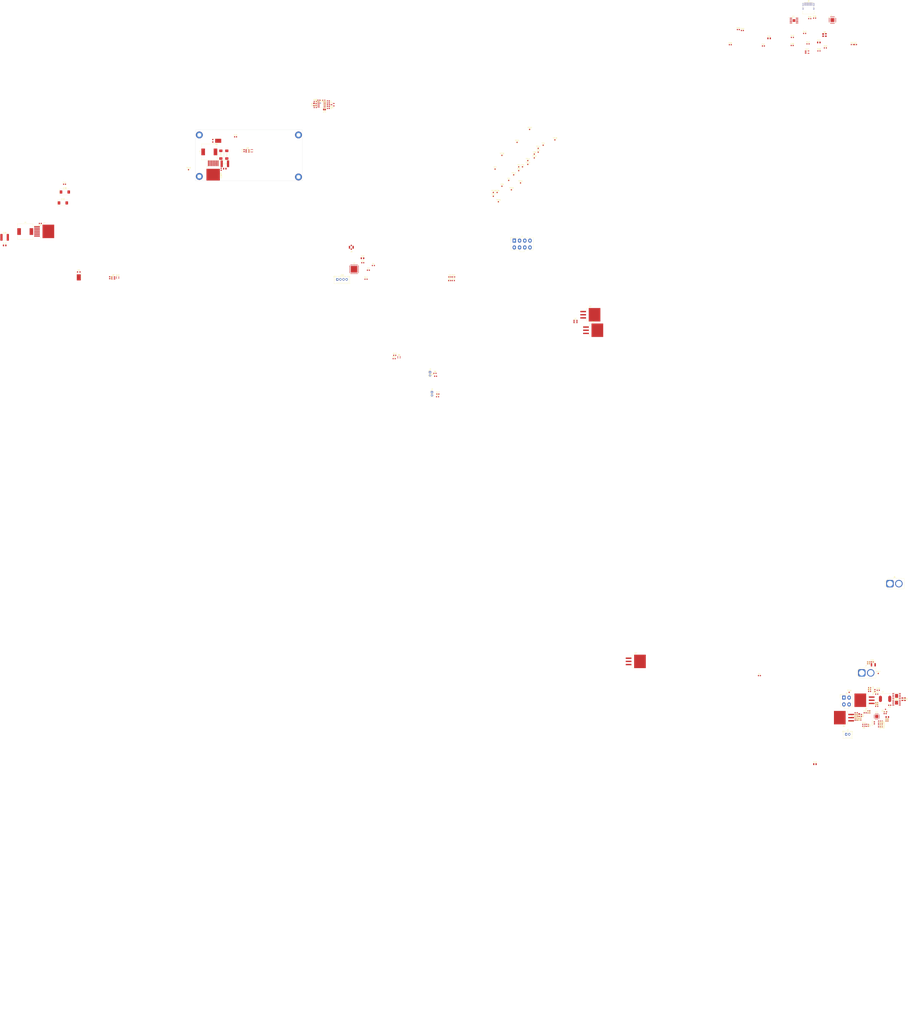
<source format=kicad_pcb>
(kicad_pcb (version 20211014) (generator pcbnew)
  (layers (0 "F.Cu" signal) (1 "In1.Cu" signal) (2 "In2.Cu" signal) (31 "B.Cu" signal) (34 "B.Paste" user) (35 "F.Paste" user) (36 "B.SilkS" user "B.Silkscreen") (37 "F.SilkS" user "F.Silkscreen") (38 "B.Mask" user) (39 "F.Mask" user) (44 "Edge.Cuts" user))
  (net 0 "")
  (net 1 "Net-(C1-Pad1)")
  (net 2 "GND")
  (net 3 "/EN")
  (net 4 "Net-(C3-Pad1)")
  (net 5 "/Battery Charger/CE")
  (net 6 "Net-(C5-Pad1)")
  (net 7 "/Battery Charger/PH")
  (net 8 "/Battery Charger/BTST")
  (net 9 "/Battery Charger/VCC")
  (net 10 "/Battery Charger/SRP")
  (net 11 "/Battery Charger/Q3-S")
  (net 12 "/Battery Charger/Q1-D")
  (net 13 "/Battery Charger/Q1-G")
  (net 14 "Net-(C15-Pad2)")
  (net 15 "Net-(C17-Pad2)")
  (net 16 "Net-(C18-Pad2)")
  (net 17 "/LNA_IN")
  (net 18 "+3V3")
  (net 19 "+24V")
  (net 20 "VBUS")
  (net 21 "Net-(C16-Pad2)")
  (net 22 "Net-(C21-Pad2)")
  (net 23 "Net-(PowerLED1-Pad2)")
  (net 24 "/RTS")
  (net 25 "Net-(Q6-Pad2)")
  (net 26 "/BOOT")
  (net 27 "/DTR")
  (net 28 "Net-(Q6-Pad5)")
  (net 29 "Net-(Q9-Pad3)")
  (net 30 "Net-(Q10-Pad3)")
  (net 31 "Net-(C26-Pad1)")
  (net 32 "/LPC_24V")
  (net 34 "/3.3STAT1")
  (net 35 "/3.3STAT2")
  (net 36 "/PG")
  (net 37 "/CAN_RX")
  (net 38 "/BATTSTAT2")
  (net 39 "/BATTSTAT1")
  (net 40 "/CAN_TX")
  (net 41 "/RXD")
  (net 42 "/TXD")
  (net 44 "/CANL")
  (net 45 "/CANH")
  (net 46 "Net-(C31-Pad1)")
  (net 47 "Net-(C36-Pad2)")
  (net 48 "Net-(C37-Pad1)")
  (net 49 "Net-(C37-Pad2)")
  (net 50 "Net-(C36-Pad1)")
  (net 54 "Net-(IC2-Pad8)")
  (net 55 "Net-(IC2-Pad9)")
  (net 72 "/Battery Charger/VFB")
  (net 73 "Net-(D2-Pad2)")
  (net 74 "Net-(D3-Pad2)")
  (net 75 "Net-(PackLED1-Pad1)")
  (net 76 "Net-(PowerLED1-Pad1)")
  (net 77 "/Battery Charger/ACSET")
  (net 78 "/Battery Charger/ISET2")
  (net 79 "Net-(J1-Pad1)")
  (net 80 "Net-(IC1-Pad23)")
  (net 83 "/Battery Charger/ICSET2")
  (net 84 "/Battery Charger/LODRV")
  (net 85 "/Battery Charger/Q4-G")
  (net 86 "Net-(C57-Pad2)")
  (net 87 "Net-(CTTC1-Pad2)")
  (net 88 "Net-(D7-Pad2)")
  (net 89 "Net-(D8-Pad3)")
  (net 90 "Net-(D8-Pad4)")
  (net 91 "Net-(IC1-Pad3)")
  (net 92 "Net-(IC1-Pad11)")
  (net 93 "Net-(J4-Pad4)")
  (net 94 "Net-(J5-Pad1)")
  (net 95 "Net-(J8-PadA1)")
  (net 96 "Net-(J8-PadA5)")
  (net 98 "Net-(J8-PadB5)")
  (net 101 "/SDA")
  (net 102 "/SCL")
  (net 103 "/Vref")
  (net 104 "Net-(Q7-Pad1)")
  (net 105 "Net-(Q7-Pad2)")
  (net 106 "Net-(R23-Pad2)")
  (net 107 "Net-(R24-Pad1)")
  (net 108 "/CHARGE")
  (net 109 "Net-(R42-Pad2)")
  (net 138 "Net-(C49-Pad1)")
  (footprint "Package_SO:SOIC-8_3.9x4.9mm_P1.27mm" (layer "F.Cu") (at 150.525 21.635)
    (fp_text reference "U2")
    (fp_text value "SN65HVD230")
  )
  (footprint "Capacitor_SMD:C_0805_2012Metric" (layer "F.Cu") (at 550.54 -28.25)
    (fp_text reference "C57")
    (fp_text value "10uF")
  )
  (footprint "Capacitor_SMD:C_0603_1608Metric" (layer "F.Cu") (at -75.8175 117.255 180)
    (fp_text reference "C37")
    (fp_text value "0.01uF")
  )
  (footprint "Package_TO_SOT_SMD:TO-263-7_TabPin4" (layer "F.Cu") (at 63.225 74.65 -90)
    (fp_text reference "U6")
    (fp_text value "LM2679T-3.3-iclr")
  )
  (footprint "Inductor_SMD:L_12x12mm_H8mm" (layer "F.Cu") (at 60.14 59.74 180)
    (fp_text reference "L3")
    (fp_text value "15uH")
  )
  (footprint "Resistor_SMD:R_0603_1608Metric" (layer "F.Cu") (at 529.25 -32.3)
    (fp_text reference "R40")
    (fp_text value "4.7k")
  )
  (footprint "Capacitor_SMD:C_0603_1608Metric" (layer "F.Cu") (at 242.165 240.09)
    (fp_text reference "C18")
    (fp_text value "1μF")
  )
  (footprint "LED_SMD:LED_0603_1608Metric" (layer "F.Cu") (at 595.65 492.825 90)
    (fp_text reference "PackLED1")
    (fp_text value "LED")
  )
  (footprint "Resistor_SMD:R_0603_1608Metric" (layer "F.Cu") (at 145.345 24.055)
    (fp_text reference "R23")
    (fp_text value "120")
  )
  (footprint "Capacitor_SMD:C_0603_1608Metric" (layer "F.Cu") (at 595.225 518.8 90)
    (fp_text reference "CTTC1")
    (fp_text value "22nF")
  )
  (footprint "Package_DFN_QFN:VQFN-24-1EP_4x4mm_P0.5mm_EP2.45x2.45mm" (layer "F.Cu") (at 597.125 513.65)
    (fp_text reference "IC1")
    (fp_text value "BQ24618RGET-iclr")
  )
  (footprint "Capacitor_SMD:C_0603_1608Metric" (layer "F.Cu") (at 485.78 -38.6)
    (fp_text reference "C52")
    (fp_text value "4.7muF")
  )
  (footprint "Capacitor_SMD:C_0603_1608Metric" (layer "F.Cu") (at -56.35 85.725)
    (fp_text reference "C44")
    (fp_text value "22uF")
  )
  (footprint "Connector_AMASS:AMASS_XT60-M_1x02_P7.20mm_Vertical" (layer "F.Cu") (at 607.73 406.85)
    (fp_text reference "J6")
    (fp_text value "Conn_01x02_Male")
  )
  (footprint "Capacitor_SMD:C_0603_1608Metric" (layer "F.Cu") (at 603.9 511.35)
    (fp_text reference "C5")
    (fp_text value "1uF")
  )
  (footprint "Capacitor_SMD:C_0603_1608Metric" (layer "F.Cu") (at 156.641889 23.996728 -90)
    (fp_text reference "C28")
    (fp_text value "220 pF")
  )
  (footprint "Capacitor_SMD:C_0805_2012Metric" (layer "F.Cu") (at -104.525 134.925)
    (fp_text reference "C43")
    (fp_text value "0.47μF")
  )
  (footprint "Package_SO:HSOP-8-1EP_3.9x4.9mm_P1.27mm_EP2.41x3.1mm" (layer "F.Cu") (at 613.05 502.525)
    (fp_text reference "Q4")
    (fp_text value "RS1G120MN")
  )
  (footprint "Resistor_SMD:R_0603_1608Metric" (layer "F.Cu") (at 591.375 492)
    (fp_text reference "R2")
    (fp_text value "110kΩ")
  )
  (footprint "Package_TO_SOT_SMD:TO-263-3_TabPin2" (layer "F.Cu") (at 587.275 500.6 180)
    (fp_text reference "Q3")
    (fp_text value "RSJ250P10TL")
  )
  (footprint "TestPoint:TestPoint_Pad_D1.0mm" (layer "F.Cu") (at 324.74 59.94)
    (fp_text reference "TP3")
    (fp_text value "TestPoint")
  )
  (footprint "Capacitor_SMD:C_0603_1608Metric" (layer "F.Cu") (at 183.57 148.85)
    (fp_text reference "C24")
    (fp_text value "0.1uF")
  )
  (footprint "Capacitor_SMD:C_0603_1608Metric" (layer "F.Cu") (at 587.825 510.725)
    (fp_text reference "C33")
    (fp_text value "0.1μF")
  )
  (footprint "Capacitor_SMD:C_0603_1608Metric" (layer "F.Cu") (at 596.375 503.275 -90)
    (fp_text reference "C15")
    (fp_text value "0.1µF")
  )
  (footprint "Capacitor_SMD:C_0603_1608Metric" (layer "F.Cu") (at 505.95 -25.41)
    (fp_text reference "C51")
    (fp_text value "0.1muF")
  )
  (footprint "Resistor_SMD:R_0603_1608Metric" (layer "F.Cu") (at 598.6 521.15 -90)
    (fp_text reference "RFast1")
    (fp_text value "32kΩ")
  )
  (footprint "TestPoint:TestPoint_Pad_D1.0mm" (layer "F.Cu") (at 43.4 74.025)
    (fp_text reference "TP19")
    (fp_text value "TestPoint")
  )
  (footprint "Resistor_SMD:R_0603_1608Metric" (layer "F.Cu") (at 550.64 -21.43)
    (fp_text reference "R38")
    (fp_text value "24k")
  )
  (footprint "Capacitor_SMD:C_0603_1608Metric" (layer "F.Cu") (at 584.775 512.825 -90)
    (fp_text reference "C7")
    (fp_text value "1uF")
  )
  (footprint "TestPoint:TestPoint_Pad_D1.0mm" (layer "F.Cu") (at 316.37 66.73)
    (fp_text reference "TP14")
    (fp_text value "TestPoint")
  )
  (footprint "Capacitor_SMD:C_0603_1608Metric" (layer "F.Cu") (at 593.55 469.775)
    (fp_text reference "C31")
    (fp_text value "0.1μF")
  )
  (footprint "Resistor_SMD:R_0603_1608Metric" (layer "F.Cu") (at 256.7125 160.26)
    (fp_text reference "R21")
    (fp_text value "470Ω")
  )
  (footprint "Resistor_SMD:R_0603_1608Metric" (layer "F.Cu") (at 241.68 237.78)
    (fp_text reference "R8")
    (fp_text value "470Ω")
  )
  (footprint "Capacitor_SMD:C_0603_1608Metric" (layer "F.Cu") (at 148.305 18.205 180)
    (fp_text reference "C21")
    (fp_text value "160pF")
  )
  (footprint "Resistor_SMD:R_0603_1608Metric" (layer "F.Cu") (at 590.05 509.975 -90)
    (fp_text reference "RAC1")
    (fp_text value "10mΩ")
  )
  (footprint "Capacitor_SMD:C_0603_1608Metric" (layer "F.Cu") (at 607.55 504.625 180)
    (fp_text reference "C6")
    (fp_text value "0.1µF")
  )
  (footprint "TestPoint:TestPoint_Pad_D1.0mm" (layer "F.Cu") (at 292.71 99.81)
    (fp_text reference "TP25")
    (fp_text value "TestPoint")
  )
  (footprint "Connector_Coaxial:U.FL_Molex_MCRF_73412-0110_Vertical" (layer "F.Cu") (at 174.38 136.42)
    (fp_text reference "J9")
    (fp_text value "Conn_Coaxial")
  )
  (footprint "Capacitor_SMD:C_0805_2012Metric" (layer "F.Cu") (at 183.38 145.24)
    (fp_text reference "C22")
    (fp_text value "10uF")
  )
  (footprint "Resistor_SMD:R_0603_1608Metric" (layer "F.Cu") (at 580.575 510.65 180)
    (fp_text reference "R29")
    (fp_text value "3.5k")
  )
  (footprint "Resistor_SMD:R_0603_1608Metric" (layer "F.Cu") (at 209.3 223.29)
    (fp_text reference "R13")
    (fp_text value "10k")
  )
  (footprint "Package_TO_SOT_SMD:SOT-23" (layer "F.Cu") (at 159.33 21.775 180)
    (fp_text reference "D4")
    (fp_text value "SM712_SOT23")
  )
  (footprint "Connector_Molex:Molex_Mini-Fit_Jr_5566-04A_2x02_P4.20mm_Vertical" (layer "F.Cu") (at 570.7 498.475)
    (fp_text reference "J5")
    (fp_text value "Conn_01x04_Male")
  )
  (footprint "Capacitor_Tantalum_SMD:CP_EIA-7343-30_AVX-N" (layer "F.Cu") (at 74.21 61.97 90)
    (fp_text reference "C41")
    (fp_text value "330uF")
  )
  (footprint "TestPoint:TestPoint_Pad_D1.0mm" (layer "F.Cu") (at 321.6 64.58)
    (fp_text reference "TP10")
    (fp_text value "TestPoint")
  )
  (footprint "Capacitor_SMD:C_0805_2012Metric" (layer "F.Cu") (at 72.575 73.23)
    (fp_text reference "C42" hide)
    (fp_text value "0.47uF")
  )
  (footprint "Connector_Molex:Molex_Mini-Fit_Jr_5566-08A_2x04_P4.20mm_Vertical" (layer "F.Cu") (at 305.54 131.055)
    (fp_text reference "J4")
    (fp_text value "Conn_01x08_Male")
  )
  (footprint "TestPoint:TestPoint_Pad_D1.0mm" (layer "F.Cu") (at 303.18 90.22)
    (fp_text reference "TP23")
    (fp_text value "TestPoint")
  )
  (footprint "Package_TO_SOT_SMD:TO-277B" (layer "F.Cu") (at -44.8775 159.425)
    (fp_text reference "D5")
    (fp_text value "DST1550S")
  )
  (footprint "TestPoint:TestPoint_Pad_D1.0mm" (layer "F.Cu") (at 574.95 494.25)
    (fp_text reference "TP16")
    (fp_text value "TestPoint")
  )
  (footprint "Capacitor_SMD:C_0603_1608Metric" (layer "F.Cu") (at 502.75 480.82)
    (fp_text reference "C4")
    (fp_text value "1μF")
  )
  (footprint "Connector_JST:JST_XH_B2B-XH-AM_1x02_P2.50mm_Vertical" (layer "F.Cu") (at 572.525 527.95)
    (fp_text reference "J1")
    (fp_text value "Thermistor Connection 103AT NTC")
  )
  (footprint "TestPoint:TestPoint_Pad_D1.0mm" (layer "F.Cu") (at 290.05 73.56)
    (fp_text reference "TP7")
    (fp_text value "TestPoint")
  )
  (footprint "Package_TO_SOT_SMD:SOT-363_SC-70-6" (layer "F.Cu") (at 212.74 224.84)
    (fp_text reference "Q6")
    (fp_text value "MMDT2222A")
  )
  (footprint "Capacitor_SMD:C_0603_1608Metric" (layer "F.Cu") (at 591.525 509.975 90)
    (fp_text reference "C3")
    (fp_text value "0.1μF")
  )
  (footprint "Resistor_SMD:R_0603_1608Metric" (layer "F.Cu") (at 539.105 -35.52)
    (fp_text reference "R43")
    (fp_text value "10k")
  )
  (footprint "Resistor_SMD:R_0603_1608Metric" (layer "F.Cu") (at 597.125 495.675)
    (fp_text reference "RSR1")
    (fp_text value "10mΩ")
  )
  (footprint "TestPoint:TestPoint_Pad_D1.0mm" (layer "F.Cu") (at 598.35 479.1)
    (fp_text reference "TP17")
    (fp_text value "TestPoint")
  )
  (footprint "Capacitor_SMD:C_1210_3225Metric" (layer "F.Cu") (at 594.375 472.1)
    (fp_text reference "C32")
    (fp_text value "22μF")
  )
  (footprint "MountingHole:MountingHole_3.2mm_M3_DIN965_Pad" (layer "F.Cu") (at 52.1 79.456027)
    (fp_text reference "H3" hide)
    (fp_text value "MountingHole_Pad" hide)
  )
  (footprint "TestPoint:TestPoint_Pad_D1.0mm" (layer "F.Cu") (at 312.11 71.75)
    (fp_text reference "TP5")
    (fp_text value "TestPoint")
  )
  (footprint "Package_TO_SOT_SMD:SOT-363_SC-70-6" (layer "F.Cu") (at -13.625 160.8)
    (fp_text reference "Q10")
    (fp_text value "MCH6351")
  )
  (footprint "Resistor_SMD:R_0603_1608Metric" (layer "F.Cu") (at 600.075 518.175 -90)
    (fp_text reference "R5")
    (fp_text value "100kΩ")
  )
  (footprint "Capacitor_SMD:C_0603_1608Metric" (layer "F.Cu") (at 606.125 516.55 90)
    (fp_text reference "C10")
    (fp_text value "0.1μF")
  )
  (footprint "TestPoint:TestPoint_Pad_D1.0mm" (layer "F.Cu") (at 321.6 61.53)
    (fp_text reference "TP8")
    (fp_text value "TestPoint")
  )
  (footprint "MountingHole:MountingHole_3.2mm_M3_DIN965_Pad" (layer "F.Cu") (at 131.9 46.1)
    (fp_text reference "H4" hide)
    (fp_text value "MountingHole_Pad" hide)
  )
  (footprint "Capacitor_SMD:C_0603_1608Metric" (layer "F.Cu") (at 529.11 -25.79)
    (fp_text reference "C58")
    (fp_text value "4.7uF")
  )
  (footprint "Capacitor_SMD:C_0805_2012Metric" (layer "F.Cu") (at 510.54 -31.55)
    (fp_text reference "C54")
    (fp_text value "10uF")
  )
  (footprint "TestPoint:TestPoint_Pad_D1.0mm" (layer "F.Cu") (at 328.75 54.38)
    (fp_text reference "TP2")
    (fp_text value "TestPoint")
  )
  (footprint "Capacitor_SMD:C_0603_1608Metric" (layer "F.Cu") (at -20.075 160.875 -90)
    (fp_text reference "C48")
    (fp_text value "0.1µF")
  )
  (footprint "Capacitor_Tantalum_SMD:CP_EIA-7343-30_AVX-N" (layer "F.Cu") (at -57.675 100.75)
    (fp_text reference "C40")
    (fp_text value "330uF")
  )
  (footprint "Connector_PinHeader_2.54mm:PinHeader_1x02_P2.54mm_Vertical" (layer "F.Cu") (at 239.27 252.93)
    (fp_text reference "J2")
    (fp_text value "Conn_01x02_Male")
  )
  (footprint "Resistor_SMD:R_0603_1608Metric" (layer "F.Cu") (at 597.125 505.5)
    (fp_text reference "R32")
    (fp_text value "1kΩ")
  )
  (footprint "Capacitor_SMD:C_2220_5650Metric" (layer "F.Cu") (at -104.55 128.425)
    (fp_text reference "C20")
    (fp_text value "47uF")
  )
  (footprint "Capacitor_SMD:C_0603_1608Metric" (layer "F.Cu") (at 604.65 516.55 -90)
    (fp_text reference "C11")
    (fp_text value "0.1μF")
  )
  (footprint "Resistor_SMD:R_0603_1608Metric" (layer "F.Cu") (at 590.575 469.775 180)
    (fp_text reference "R30")
    (fp_text value "75k")
  )
  (footprint "TestPoint:TestPoint_Pad_D1.0mm" (layer "F.Cu") (at 316.37 69.78)
    (fp_text reference "TP13")
    (fp_text value "TestPoint")
  )
  (footprint "Resistor_SMD:R_0603_1608Metric" (layer "F.Cu") (at 577.47 -26.56)
    (fp_text reference "R37")
    (fp_text value "470Ω")
  )
  (footprint "Package_TO_SOT_SMD:SOT-363_SC-70-6" (layer "F.Cu") (at 94.346033 58.83 90)
    (fp_text reference "Q9")
    (fp_text value "MCH6351")
  )
  (footprint "Connector_JST:JST_XH_B4B-XH-AM_1x04_P2.50mm_Vertical" (layer "F.Cu") (at 163.12 162.255)
    (fp_text reference "J10")
    (fp_text value "Conn_01x04_Male")
  )
  (footprint "Capacitor_SMD:C_2220_5650Metric" (layer "F.Cu") (at 72.65 69.28)
    (fp_text reference "C19")
    (fp_text value "47uF")
  )
  (footprint "MountingHole:MountingHole_3.2mm_M3_DIN965_Pad" (layer "F.Cu") (at 131.9 79.9)
    (fp_text reference "H2" hide)
    (fp_text value "MountingHole_Pad" hide)
  )
  (footprint "Capacitor_SMD:C_0603_1608Metric" (layer "F.Cu") (at 579.825 515.775 -90)
    (fp_text reference "C14")
    (fp_text value "0.1µF")
  )
  (footprint "Capacitor_SMD:C_0805_2012Metric" (layer "F.Cu") (at 583.05 512.6 -90)
    (fp_text reference "C16")
    (fp_text value "2.2uF")
  )
  (footprint "Capacitor_SMD:C_0603_1608Metric" (layer "F.Cu") (at 155.93 21.785)
    (fp_text reference "C26")
    (fp_text value "0.1uF")
  )
  (footprint "TestPoint:TestPoint_Pad_D1.0mm" (layer "F.Cu") (at 307.75 52.07)
    (fp_text reference "TP21")
    (fp_text value "TestPoint")
  )
  (footprint "Resistor_SMD:R_0603_1608Metric" (layer "F.Cu") (at 155.179546 19.574725 -90)
    (fp_text reference "R26")
    (fp_text value "60")
  )
  (footprint "TestPoint:TestPoint_Pad_D1.0mm" (layer "F.Cu") (at 288.65 95.41)
    (fp_text reference "TP27")
    (fp_text value "TestPoint")
  )
  (footprint "Resistor_SMD:R_0603_1608Metric" (layer "F.Cu") (at 601.55 518.175 -90)
    (fp_text reference "R3")
    (fp_text value "100kΩ")
  )
  (footprint "Package_DFN_QFN:QFN-48-1EP_7x7mm_P0.5mm_EP5.3x5.3mm" (layer "F.Cu") (at 176.6 154.07)
    (fp_text reference "U3")
    (fp_text value "ESP32-PICO-D4")
  )
  (footprint "Capacitor_Tantalum_SMD:CP_EIA-7343-30_AVX-N" (layer "F.Cu") (at 69.41 61.97 90)
    (fp_text reference "C39")
    (fp_text value "330uF")
  )
  (footprint "Resistor_SMD:R_0603_1608Metric" (layer "F.Cu") (at 601.55 521.15 -90)
    (fp_text reference "RAdp1")
    (fp_text value "150kΩ")
  )
  (footprint "Capacitor_SMD:C_0603_1608Metric" (layer "F.Cu") (at 156.639347 19.574551 90)
    (fp_text reference "C27")
    (fp_text value "220pF")
  )
  (footprint "LED_SMD:LED_0603_1608Metric" (layer "F.Cu") (at 580.575 512.1 180)
    (fp_text reference "PowerLED1")
    (fp_text value "LED")
  )
  (footprint "TestPoint:TestPoint_Pad_D1.0mm" (layer "F.Cu") (at 301 82.65)
    (fp_text reference "TP1")
    (fp_text value "TestPoint")
  )
  (footprint "Resistor_SMD:R_0603_1608Metric" (layer "F.Cu") (at 586.8 520)
    (fp_text reference "R10")
    (fp_text value "430kΩ")
  )
  (footprint "TestPoint:TestPoint_Pad_D1.0mm" (layer "F.Cu") (at 309.06 71.75)
    (fp_text reference "TP4")
    (fp_text value "TestPoint")
  )
  (footprint "Capacitor_SMD:C_0805_2012Metric" (layer "F.Cu") (at 605.625 514.1 180)
    (fp_text reference "C12")
    (fp_text value "10uF")
  )
  (footprint "Resistor_SMD:R_0603_1608Metric" (layer "F.Cu") (at 208.865 225.98)
    (fp_text reference "R12")
    (fp_text value "10k")
  )
  (footprint "LED_SMD:LED_0603_1608Metric" (layer "F.Cu") (at 253.7525 160.26)
    (fp_text reference "D3")
    (fp_text value "LED")
  )
  (footprint "Resistor_SMD:R_0603_1608Metric" (layer "F.Cu") (at 243.76 256.58)
    (fp_text reference "R6")
    (fp_text value "470Ω")
  )
  (footprint "Resistor_SMD:R_0603_1608Metric" (layer "F.Cu") (at 583.55 515.05 180)
    (fp_text reference "R17")
    (fp_text value "10Ω")
  )
  (footprint "Resistor_SMD:R_0603_1608Metric" (layer "F.Cu") (at 597.875 503.275 90)
    (fp_text reference "R15")
    (fp_text value "100kΩ")
  )
  (footprint "LED_SMD:LED_0603_1608Metric" (layer "F.Cu") (at 580.05 -26.56)
    (fp_text reference "D7")
    (fp_text value "LED")
  )
  (footprint "Capacitor_SMD:C_0805_2012Metric" (layer "F.Cu") (at 619.775 499.775 -90)
    (fp_text reference "C9")
    (fp_text value "10uF")
  )
  (footprint "Resistor_SMD:R_0603_1608Metric" (layer "F.Cu") (at 152.22 18.21 180)
    (fp_text reference "R24")
    (fp_text value "10k")
  )
  (footprint "LED_SMD:LED_0603_1608Metric" (layer "F.Cu") (at 253.55 163.2)
    (fp_text reference "D2")
    (fp_text value "LED")
  )
  (footprint "Resistor_SMD:R_0603_1608Metric" (layer "F.Cu") (at 598.6 518.175 -90)
    (fp_text reference "R7")
    (fp_text value "100kΩ")
  )
  (footprint "Capacitor_SMD:C_0805_2012Metric" (layer "F.Cu") (at 617.775 499.775 -90)
    (fp_text reference "C8")
    (fp_text value "10uF")
  )
  (footprint "Capacitor_SMD:C_0603_1608Metric" (layer "F.Cu") (at 244.025 254.45)
    (fp_text reference "C17")
    (fp_text value "1μF")
  )
  (footprint "Resistor_SMD:R_0603_1608Metric" (layer "F.Cu") (at 591.375 490.525 180)
    (fp_text reference "R1")
    (fp_text value "10kΩ")
  )
  (footprint "TestPoint:TestPoint_Pad_D1.0mm" (layer "F.Cu") (at 291.7 92.36)
    (fp_text reference "TP26")
    (fp_text value "TestPoint")
  )
  (footprint "Capacitor_SMD:C_0805_2012Metric" (layer "F.Cu") (at 144.375 21.625 90)
    (fp_text reference "C25")
    (fp_text value "10uF")
  )
  (footprint "Resistor_SMD:R_0603_1608Metric" (layer "F.Cu") (at 186.23 162.09)
    (fp_text reference "R11")
    (fp_text value "10kΩ")
  )
  (footprint "Package_TO_SOT_SMD:SOT-143" (layer "F.Cu") (at 555.09 -34.27)
    (fp_text reference "D8")
    (fp_text value "SP0503BAHT")
  )
  (footprint "Jumper:SolderJumper-2_P1.3mm_Open_RoundedPad1.0x1.5mm" (layer "F.Cu") (at 152.795 25.595)
    (fp_text reference "JP1")
    (fp_text value "SolderJumper_2_Open")
  )
  (footprint "Capacitor_SMD:C_0603_1608Metric" (layer "F.Cu") (at 88.11 58.73 -90)
    (fp_text reference "C49")
    (fp_text value "0.1µF")
  )
  (footprint "Capacitor_SMD:C_0603_1608Metric" (layer "F.Cu") (at 479.33 -26.43)
    (fp_text reference "C50")
    (fp_text value "1.0muF")
  )
  (footprint "Resistor_SMD:R_0603_1608Metric" (layer "F.Cu") (at 580.575 513.575 180)
    (fp_text reference "R20")
    (fp_text value "2Ω")
  )
  (footprint "TestPoint:TestPoint_Pad_D1.0mm" (layer "F.Cu") (at 295.56 87.34)
    (fp_text reference "TP9")
    (fp_text value "TestPoint")
  )
  (footprint "Capacitor_SMD:C_0603_1608Metric" (layer "F.Cu") (at 81.245 47.62)
    (fp_text reference "C45")
    (fp_text value "22uF")
  )
  (footprint "Resistor_SMD:R_0603_1608Metric" (layer "F.Cu") (at 590.575 471.225)
    (fp_text reference "R31")
    (fp_text value "10k")
  )
  (footprint "Package_TO_SOT_SMD:SOT-23-5" (layer "F.Cu") (at 541.08 -20.49)
    (fp_text reference "U11")
    (fp_text value "LTC4411")
  )
  (footprint "Resistor_SMD:R_0603_1608Metric" (layer "F.Cu") (at 543.25 -47.42)
    (fp_text reference "R35")
    (fp_text value "5.1k")
  )
  (footprint "Resistor_SMD:R_0603_1608Metric" (layer "F.Cu") (at 581.325 515.775 -90)
    (fp_text reference "R14")
    (fp_text value "100kΩ")
  )
  (footprint "Connector_PinHeader_2.54mm:PinHeader_1x02_P2.54mm_Vertical" (layer "F.Cu") (at 237.72 236.845)
    (fp_text reference "J3")
    (fp_text value "Conn_01x02_Male")
  )
  (footprint "Capacitor_SMD:C_0603_1608Metric" (layer "F.Cu") (at 590.45 520.75 -90)
    (fp_text reference "C1")
    (fp_text value "0.1μF")
  )
  (footprint "Package_TO_SOT_SMD:TO-277B" (layer "F.Cu") (at 66.09 50.8 90)
    (fp_text reference "D6")
    (fp_text value "DST1550S")
  )
  (footprint "TestPoint:TestPoint_Pad_D1.0mm" (layer "F.Cu") (at 317.82 41.68)
    (fp_text reference "TP22")
    (fp_text value "TestPoint")
  )
  (footprint "TestPoint:TestPoint_Pad_D1.0mm" (layer "F.Cu") (at 338.17 50.08)
    (fp_text reference "TP18")
    (fp_text value "TestPoint")
  )
  (footprint "Resistor_SMD:R_0603_1608Metric" (layer "F.Cu") (at 547.12 -47.81)
    (fp_text reference "R36")
    (fp_text value "5.1k")
  )
  (footprint "Package_TO_SOT_SMD:TO-263-7_TabPin4" (layer "F.Cu") (at -72.7375 123.64)
    (fp_text reference "U7")
    (fp_text value "LM2679T-3.3-iclr")
  )
  (footprint "Package_TO_SOT_SMD:TSOT-23-6" (layer "F.Cu") (at -17.275 161.125)
    (fp_text reference "U8")
    (fp_text value "LTC4412xS6")
  )
  (footprint "TestPoint:TestPoint_Pad_D1.0mm" (layer "F.Cu") (at 288.65 92.36)
    (fp_text reference "TP15")
    (fp_text value "TestPoint")
  )
  (footprint "Resistor_SMD:R_0603_1608Metric" (layer "F.Cu") (at 145.345 19.195)
    (fp_text reference "R22")
    (fp_text value "120")
  )
  (footprint "TestPoint:TestPoint_Pad_D1.0mm" (layer "F.Cu") (at 305.01 78.2)
    (fp_text reference "TP12")
    (fp_text value "TestPoint")
  )
  (footprint "MountingHole:MountingHole_3.2mm_M3_DIN965_Pad" (layer "F.Cu") (at 52.1 46.1)
    (fp_text reference "H1" hide)
    (fp_text value "MountingHole_Pad" hide)
  )
  (footprint "Capacitor_SMD:C_0603_1608Metric" (layer "F.Cu") (at 69.69 73.69 90)
    (fp_text reference "C36")
    (fp_text value "0.01uF")
  )
  (footprint "TestPoint:TestPoint_Pad_D1.0mm" (layer "F.Cu") (at 310.53 84.7)
    (fp_text reference "TP24")
    (fp_text value "TestPoint")
  )
  (footprint "iclr:INDM8681X400N" (layer "F.Cu") (at 603.85 499.5)
    (fp_text reference "L1")
    (fp_text value "6.8µH")
  )
  (footprint "Connector_AMASS:AMASS_XT60-M_1x02_P7.20mm_Vertical" (layer "F.Cu") (at 585.1 478.6)
    (fp_text reference "J7")
    (fp_text value "IsolationSwitch")
  )
  (footprint "Resistor_SMD:R_0603_1608Metric" (layer "F.Cu") (at 583.55 516.525)
    (fp_text reference "R18")
    (fp_text value "1kΩ")
  )
  (footprint "iclr:QFN28G_0.5-5X5MM" (layer "F.Cu") (at 561.49675 -46.26)
    (fp_text reference "IC2")
    (fp_text value "CP2102")
  )
  (footprint "Resistor_SMD:R_0603_1608Metric" (layer "F.Cu") (at 598.325 492.575)
    (fp_text reference "R28")
    (fp_text value "3.5k")
  )
  (footprint "Resistor_SMD:R_0603_1608Metric" (layer "F.Cu") (at 555.79 -23.85)
    (fp_text reference "R39")
    (fp_text value "47k")
  )
  (footprint "Package_TO_SOT_SMD:TO-263-3_TabPin2" (layer "F.Cu") (at 368.97 203.115)
    (fp_text reference "Q8")
    (fp_text value "RSJ250P10TL")
  )
  (footprint "Capacitor_SMD:C_0603_1608Metric" (layer "F.Cu") (at 146.095 21.655 90)
    (fp_text reference "C23")
    (fp_text value "100nF")
  )
  (footprint "Package_SO:HSOP-8-1EP_3.9x4.9mm_P1.27mm_EP2.41x3.1mm" (layer "F.Cu") (at 613.075 497.125 180)
    (fp_text reference "Q5")
    (fp_text value "RS1G120MN")
  )
  (footprint "Resistor_SMD:R_0603_1608Metric" (layer "F.Cu") (at 589 520.75 -90)
    (fp_text reference "R16")
    (fp_text value "100Ω")
  )
  (footprint "Capacitor_SMD:C_0805_2012Metric" (layer "F.Cu") (at 547.4 551.99)
    (fp_text reference "C13")
    (fp_text value "10uF")
  )
  (footprint "Package_TO_SOT_SMD:TO-263-3_TabPin2" (layer "F.Cu") (at 403.25 469.375)
    (fp_text reference "Q2")
    (fp_text value "RSJ250P10TL")
  )
  (footprint "Connector_USB:USB_C_Receptacle_GCT_USB4085" (layer "F.Cu") (at 539.125 -59.745)
    (fp_text reference "J8")
    (fp_text value "USB_C_Receptacle_USB2.0")
  )
  (footprint "Resistor_SMD:R_0603_1608Metric" (layer "F.Cu") (at 256.51 163.2)
    (fp_text reference "R19")
    (fp_text value "470Ω")
  )
  (footprint "Package_TO_SOT_SMD:TO-263-3_TabPin2" (layer "F.Cu") (at 366.71 190.665)
    (fp_text reference "Q7")
    (fp_text value "RSJ250P10TL")
  )
  (footprint "TestPoint:TestPoint_Pad_D1.0mm" (layer "F.Cu") (at 324.74 56.89)
    (fp_text reference "TP11")
    (fp_text value "TestPoint")
  )
  (footprint "Capacitor_SMD:C_0603_1608Metric" (layer "F.Cu") (at 188.12 154.84)
    (fp_text reference "C2")
    (fp_text value "1μF")
  )
  (footprint "iclr:SOIC127P599X175-9N" (layer "F.Cu") (at 530.56 -45.88)
    (fp_text reference "U4")
    (fp_text value "RT9025-25GSP")
  )
  (footprint "Resistor_SMD:R_0603_1608Metric" (layer "F.Cu") (at 192.135 151.1)
    (fp_text reference "R4")
    (fp_text value "10kΩ")
  )
  (footprint "TestPoint:TestPoint_Pad_D1.0mm" (layer "F.Cu") (at 309.06 74.8)
    (fp_text reference "TP6")
    (fp_text value "TestPoint")
  )
  (footprint "Package_TO_SOT_SMD:TO-263-3_TabPin2" (layer "F.Cu") (at 570.775 514.6 180)
    (fp_text reference "Q1")
    (fp_text value "RSJ250P10TL")
  )
  (footprint "Capacitor_Tantalum_SMD:CP_EIA-7343-30_AVX-N" (layer "F.Cu") (at -56.075 91.975)
    (fp_text reference "C38")
    (fp_text value "330uF")
  )
  (footprint "Diode_SMD:D_SOT-23_ANK" (layer "F.Cu") (at 604.175 508.9 90)
    (fp_text reference "D1")
    (fp_text value "BAT54")
  )
  (footprint "Package_TO_SOT_SMD:TSOT-23-6" (layer "F.Cu") (at 90.883533 58.93)
    (fp_text reference "U9")
    (fp_text value "LTC4412xS6")
  )
  (footprint "Capacitor_SMD:C_0603_1608Metric" (layer "F.Cu") (at 489.04 -37.84)
    (fp_text reference "C53")
    (fp_text value "0.1muF")
  )
  (footprint "Package_TO_SOT_SMD:TSOT-23-6" (layer "F.Cu") (at 354.76 196.1)
    (fp_text reference "U1")
    (fp_text value "LTC4412xS6")
  )
  (footprint "Resistor_SMD:R_0603_1608Metric" (layer "F.Cu") (at 600.075 521.15 -90)
    (fp_text reference "RPre1")
    (fp_text value "13kΩ")
  )
  (footprint "Resistor_SMD:R_0603_1608Metric" (layer "F.Cu") (at 586.8 521.5 180)
    (fp_text reference "R9")
    (fp_text value "9.31kΩ")
  )
  (footprint "Inductor_SMD:L_12x12mm_H8mm" (layer "F.Cu") (at -87.95 123.775)
    (fp_text reference "L4")
    (fp_text value "15uH")
  )
  (footprint "Resistor_SMD:R_0603_1608Metric" (layer "F.Cu") (at 541.85 -27.1)
    (fp_text reference "R42")
    (fp_text value "56k")
  )
  (footprint "Resistor_SMD:R_0603_1608Metric" (layer "F.Cu") (at 155.181889 23.996728 -90)
    (fp_text reference "R27")
    (fp_text value "60")
  )
  (footprint "TestPoint:TestPoint_Pad_D1.0mm" (layer "F.Cu") (at 295.56 62.53)
    (fp_text reference "TP20")
    (fp_text value "TestPoint")
  )
  (footprint "Capacitor_SMD:C_0603_1608Metric" (layer "F.Cu") (at 591.375 493.5)
    (fp_text reference "Cff1")
    (fp_text value "22pF")
  )
  (gr_rect (start 49 83) (end 135 42) (layer "Edge.Cuts") (width 0.1) (fill none))
  (via (at 149.555 20.475) (size 0.8) (drill 0.4) (layers "F.Cu" "B.Cu") (net 2))
  (segment (start 65.503084 68.454114) (end 65.503084 69.754521) (width 0.25) (layer "F.Cu") (net 19))
)
</source>
